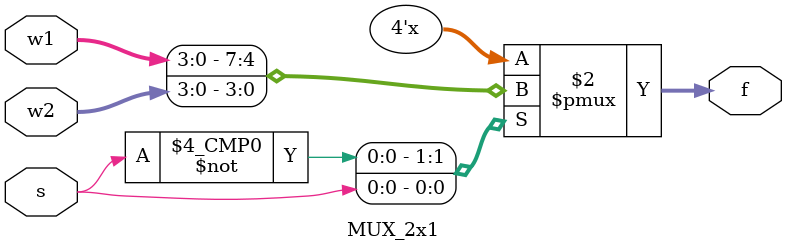
<source format=v>
module MUX_2x1
#(parameter n=4)(
    input [(n-1):0] w1,
    input [(n-1):0] w2,
    input s,
    output reg [(n-1):0] f
);

always @(*) begin
        case (s)
            1'b0:
                f=w1; 
            1'b1: 
                f=w2;
        endcase
end

endmodule
</source>
